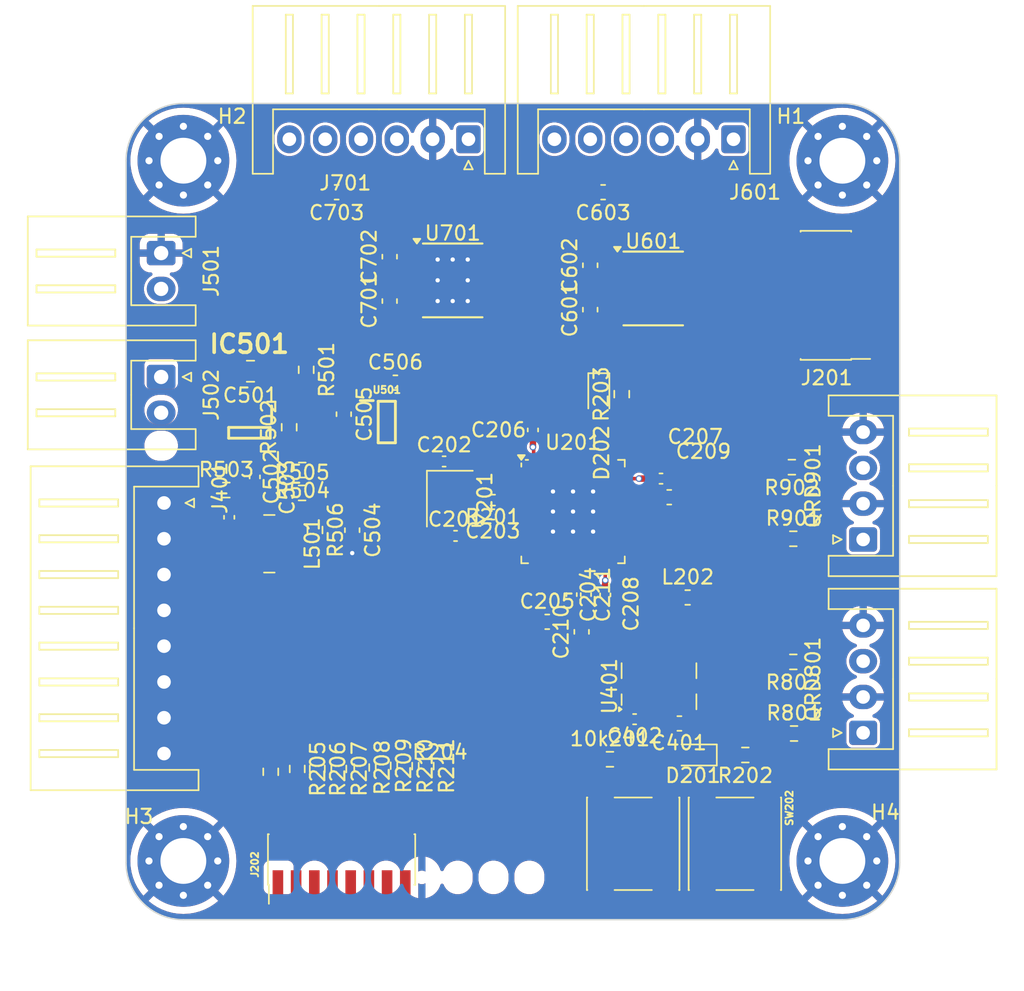
<source format=kicad_pcb>
(kicad_pcb (version 20240108) (generator "pcbnew") (generator_version "8.0")
  (layers (0 "F.Cu" signal) (1 "In1.Cu" signal) (2 "In2.Cu" signal) (31 "B.Cu" signal) (34 "B.Paste" user) (35 "F.Paste" user) (36 "B.SilkS" user "B.Silkscreen") (37 "F.SilkS" user "F.Silkscreen") (38 "B.Mask" user) (39 "F.Mask" user) (44 "Edge.Cuts" user))
  (net 0 "")
  (net 1 "GND")
  (net 2 "Net-(C201-Pad2)")
  (net 3 "NRST")
  (net 4 "+3.3V")
  (net 5 "7.2V")
  (net 6 "Net-(IC501-VCC)")
  (net 7 "Net-(C503-Pad1)")
  (net 8 "Net-(IC501-SW)")
  (net 9 "+5V")
  (net 10 "Net-(D201-K)")
  (net 11 "STATUS_LED")
  (net 12 "Net-(D202-K)")
  (net 13 "Net-(IC501-FB)")
  (net 14 "Net-(IC501-EN{slash}SYNC)")
  (net 15 "Net-(IC501-PG)")
  (net 16 "Net-(IC501-BST)")
  (net 18 "SWDIO")
  (net 19 "SWO")
  (net 21 "Net-(U201-PF0)")
  (net 23 "Net-(U201-PF1)")
  (net 25 "SWCLK")
  (net 26 "Net-(U201-VBAT)")
  (net 27 "Net-(J202-Pin_16)")
  (net 28 "Net-(J202-Pin_4)")
  (net 29 "Net-(J202-Pin_12)")
  (net 30 "Net-(J202-Pin_2)")
  (net 31 "Net-(J202-Pin_8)")
  (net 32 "Net-(J202-Pin_10)")
  (net 33 "Net-(J202-Pin_14)")
  (net 34 "/CAPTEURS/DEV_EN_LIDAR")
  (net 36 "/CAPTEURS/M_EN_LIDAR")
  (net 37 "/CAPTEURS/Tx_LIDAR")
  (net 38 "/CAPTEURS/Rx_LIDAR")
  (net 39 "/CAPTEURS/M_SCTR_LIDAR")
  (net 40 "/PUISSANCE/EncodeurB_Gauche")
  (net 41 "/PUISSANCE/EncodeurA_Gauche")
  (net 42 "Net-(J601-Pin_1)")
  (net 43 "Net-(J601-Pin_6)")
  (net 44 "Net-(J701-Pin_1)")
  (net 45 "/PUISSANCE/EncodeurB_Droite")
  (net 46 "/PUISSANCE/EncodeurA_Droite")
  (net 47 "Net-(J701-Pin_6)")
  (net 48 "VCP_RX")
  (net 49 "VCP_TX")
  (net 50 "LED_N")
  (net 51 "LED_E")
  (net 52 "LED_S")
  (net 53 "LED_W")
  (net 54 "LED_NE")
  (net 55 "LED_NW")
  (net 56 "LED_SE")
  (net 57 "LED_SW")
  (net 58 "Net-(R504-Pad1)")
  (net 59 "/CAPTEURS/ANALOG_OUTPUT_CAPT_BORD_G")
  (net 60 "Net-(QRD801-Pad3)")
  (net 61 "/CAPTEURS/ANALOG_OUTPUT_CAPT_BORD_D")
  (net 62 "Net-(QRD901-Pad3)")
  (net 64 "/PUISSANCE/REVG")
  (net 65 "/CAPTEURS/SCLK_ACC")
  (net 67 "/CAPTEURS/CS_ACC")
  (net 68 "/PUISSANCE/FWDD")
  (net 69 "/CAPTEURS/SDO_ACC")
  (net 70 "/CAPTEURS/INT1_ACC")
  (net 71 "/PUISSANCE/REVD")
  (net 72 "/CAPTEURS/SDI_ACC")
  (net 73 "/CAPTEURS/INT2_ACC")
  (net 74 "/PUISSANCE/FWDG")
  (net 79 "Net-(J202-Pin_6)")
  (net 80 "Net-(J501-Pin_2)")
  (net 81 "/STM32/USER_BTN")
  (footprint "Capacitor_SMD:C_0402_1005Metric" (layer "F.Cu") (at 168.4 72.8 90)
    (property "Reference" "C206")
    (property "Value" "100n")
  )
  (footprint "Resistor_SMD:R_0603_1608Metric" (layer "F.Cu") (at 183.225 95.5 180)
    (property "Reference" "R202")
    (property "Value" "120")
  )
  (footprint "Connector_JST:JST_XH_S6B-XH-A_1x06_P2.50mm_Horizontal" (layer "F.Cu") (at 182.4 52.5 180)
    (property "Reference" "J601")
    (property "Value" "Conn_01x06" (hide yes))
  )
  (footprint "Resistor_SMD:R_0603_1608Metric" (layer "F.Cu") (at 186.575 89 180)
    (property "Reference" "R802")
    (property "Value" "15k3")
  )
  (footprint "Button_Switch_SMD:SW_Push_1P1T_NO_6x6mm_H9.5mm" (layer "F.Cu") (at 182.5 101.7 -90)
    (property "Reference" "SW202")
    (property "Value" "SW_Push" (hide yes))
  )
  (footprint "Connector_JST:JST_XH_S4B-XH-A_1x04_P2.50mm_Horizontal" (layer "F.Cu") (at 191.45 80.45 90)
    (property "Reference" "QRD901")
    (property "Value" "~")
  )
  (footprint "Capacitor_SMD:C_0603_1608Metric" (layer "F.Cu") (at 155.2 71.7 -90)
    (property "Reference" "C505")
    (property "Value" "1u")
  )
  (footprint "LED_SMD:LED_0603_1608Metric_Pad1.05x0.95mm_HandSolder" (layer "F.Cu") (at 179.575 95.5 180)
    (property "Reference" "D201")
    (property "Value" "Green")
  )
  (footprint "Capacitor_SMD:C_0603_1608Metric" (layer "F.Cu") (at 172.4 64.4 90)
    (property "Reference" "C601")
    (property "Value" "1u")
  )
  (footprint "Capacitor_SMD:C_0603_1608Metric" (layer "F.Cu") (at 154.7 56.2 180)
    (property "Reference" "C703")
    (property "Value" "1u")
  )
  (footprint "Resistor_SMD:R_0603_1608Metric" (layer "F.Cu") (at 150.1 96.675 -90)
    (property "Reference" "R204")
    (property "Value" "1k")
  )
  (footprint "BU33:SOT95P280X125-5N" (layer "F.Cu") (at 158.2 72.25)
    (property "Reference" "U501")
    (property "Value" "BU33SD5WG-TR" (hide yes))
  )
  (footprint "Capacitor_SMD:C_0603_1608Metric" (layer "F.Cu") (at 172.4 61.3 90)
    (property "Reference" "C602")
    (property "Value" "10u")
  )
  (footprint "Resistor_SMD:R_0603_1608Metric" (layer "F.Cu") (at 174.6 70.3 90)
    (property "Reference" "R203")
    (property "Value" "140")
  )
  (footprint "Connector_JST:JST_XH_S2B-XH-A_1x02_P2.50mm_Horizontal" (layer "F.Cu") (at 142.45 69.1 -90)
    (property "Reference" "J502")
    (property "Value" "Conn_01x02")
  )
  (footprint "Capacitor_SMD:C_0603_1608Metric" (layer "F.Cu") (at 158.8 69.5)
    (property "Reference" "C506")
    (property "Value" "1u")
  )
  (footprint "Capacitor_SMD:C_0402_1005Metric" (layer "F.Cu") (at 173.45 84.32 -90)
    (property "Reference" "C208")
    (property "Value" "100n")
  )
  (footprint "Capacitor_SMD:C_0402_1005Metric" (layer "F.Cu") (at 148.9875 76.08 -90)
    (property "Reference" "C502")
    (property "Value" "100n")
  )
  (footprint "Package_LGA:LGA-14_3x5mm_P0.8mm_LayoutBorder1x6y" (layer "F.Cu") (at 177.2 90.7 90)
    (property "Reference" "U401")
    (property "Value" "ADXL343")
  )
  (footprint "Mp:SOT65P280X100-8N" (layer "F.Cu") (at 148.6125 73 -90)
    (property "Reference" "IC501")
    (property "Value" "MP1475SGJ-P" (hide yes))
  )
  (footprint "Package_DFN_QFN:QFN-48-1EP_7x7mm_P0.5mm_EP5.6x5.6mm" (layer "F.Cu") (at 171.2 78.5)
    (property "Reference" "U201")
    (property "Value" "STM32G431CBUx")
  )
  (footprint "Resistor_SMD:R_0603_1608Metric" (layer "F.Cu") (at 173.775 95.8)
    (property "Reference" "10k201")
    (property "Value" "10k")
  )
  (footprint "MountingHole:MountingHole_3.2mm_M3_Pad_Via" (layer "F.Cu") (at 144.002944 53.997056)
    (property "Reference" "H2")
    (property "Value" "MountingHole_Pad" (hide yes))
  )
  (footprint "Resistor_SMD:R_0603_1608Metric" (layer "F.Cu") (at 157.95 96.25 -90)
    (property "Reference" "R209")
    (property "Value" "1k")
  )
  (footprint "Capacitor_SMD:C_0603_1608Metric" (layer "F.Cu") (at 155.7875 79.8 -90)
    (property "Reference" "C504")
    (property "Value" "47u")
  )
  (footprint "Resistor_SMD:R_0603_1608Metric" (layer "F.Cu") (at 186.575 80.4)
    (property "Reference" "R901")
    (property "Value" "300")
  )
  (footprint "Capacitor_SMD:C_0805_2012Metric" (layer "F.Cu") (at 148.6875 68.7 180)
    (property "Reference" "C501")
    (property "Value" "22u")
  )
  (footprint "MountingHole:MountingHole_3.2mm_M3_Pad_Via" (layer "F.Cu") (at 190 54)
    (property "Reference" "H1")
    (property "Value" "MountingHole_Pad" (hide yes))
  )
  (footprint "Connector_JST:JST_XH_S2B-XH-A_1x02_P2.50mm_Horizontal" (layer "F.Cu") (at 142.45 60.45 -90)
    (property "Reference" "J501")
    (property "Value" "Conn_01x02" (hide yes))
  )
  (footprint "Resistor_SMD:R_0402_1005Metric" (layer "F.Cu") (at 165.6 77.7 180)
    (property "Reference" "R201")
    (property "Value" "10")
  )
  (footprint "Capacitor_SMD:C_0603_1608Metric" (layer "F.Cu") (at 173.3 56.2 180)
    (property "Reference" "C603")
    (property "Value" "1u")
  )
  (footprint "Resistor_SMD:R_0603_1608Metric" (layer "F.Cu") (at 152.575 68.6 -90)
    (property "Reference" "R501")
    (property "Value" "100k")
  )
  (footprint "Button_Switch_SMD:SW_Push_1P1T_NO_6x6mm_H9.5mm" (layer "F.Cu") (at 175.4 101.7 90)
    (property "Reference" "SW201" (hide yes))
    (property "Value" "SW_Push" (hide yes))
  )
  (footprint "Resistor_SMD:R_0603_1608Metric" (layer "F.Cu") (at 147 77)
    (property "Reference" "R503")
    (property "Value" "20")
  )
  (footprint "Resistor_SMD:R_0603_1608Metric" (layer "F.Cu") (at 154.85 96.475 -90)
    (property "Reference" "R207")
    (property "Value" "1k")
  )
  (footprint "Inductor_SMD:L_Wuerth_WE-TPC-3816" (layer "F.Cu") (at 150 80.75 -90)
    (property "Reference" "L501")
    (property "Value" "4u7")
  )
  (footprint "Capacitor_SMD:C_0402_1005Metric" (layer "F.Cu") (at 147.2 78.9 -90)
    (property "Reference" "C503")
    (property "Value" "100n")
  )
  (footprint "Resistor_SMD:R_0603_1608Metric" (layer "F.Cu") (at 152.2875 77.2)
    (property "Reference" "R505")
    (property "Value" "40k2")
  )
  (footprint "Capacitor_SMD:C_0402_1005Metric" (layer "F.Cu") (at 177.34 76.2)
    (property "Reference" "C207")
    (property "Value" "100n")
  )
  (footprint "Resistor_SMD:R_0603_1608Metric" (layer "F.Cu") (at 153.1875 79.7875 -90)
    (property "Reference" "R506")
    (property "Value" "7k68")
  )
  (footprint "Resistor_SMD:R_0603_1608Metric" (layer "F.Cu") (at 156.45 96.375 -90)
    (property "Reference" "R208")
    (property "Value" "1k")
  )
  (footprint "Connector_PinHeader_1.27mm:PinHeader_2x07_P1.27mm_Vertical_SMD" (layer "F.Cu") (at 188.85 63.4 180)
    (property "Reference" "J201")
    (property "Value" "Conn_02x07_Odd_Even" (hide yes))
  )
  (footprint "Capacitor_SMD:C_0402_1005Metric" (layer "F.Cu") (at 162.2 75)
    (property "Reference" "C202")
    (property "Value" "20p")
  )
  (footprint "Resistor_SMD:R_0603_1608Metric" (layer "F.Cu") (at 159.45 96.275 -90)
    (property "Reference" "R210")
    (property "Value" "1k")
  )
  (footprint "Resistor_SMD:R_0603_1608Metric" (layer "F.Cu") (at 152.3 75.6 180)
    (property "Reference" "R504")
    (property "Value" "16k")
  )
  (footprint "Capacitor_SMD:C_0603_1608Metric" (layer "F.Cu") (at 178.625 93.3 180)
    (property "Reference" "C401")
    (property "Value" "1u")
  )
  (footprint "Package_SO:Diodes_SO-8EP" (layer "F.Cu") (at 176.7975 62.92)
    (property "Reference" "U601")
    (property "Value" "ZXBM5210-SP" (hide yes))
  )
  (footprint "Resistor_SMD:R_0603_1608Metric" (layer "F.Cu") (at 186.625 94)
    (property "Reference" "R801")
    (property "Value" "300")
  )
  (footprint "Connector_JST:JST_XH_S8B-XH-A_1x08_P2.50mm_Horizontal" (layer "F.Cu") (at 142.65 77.9 -90)
    (property "Reference" "J401")
    (property "Value" "Conn_01x08")
  )
  (footprint "MountingHole:MountingHole_3.2mm_M3_Pad_Via" (layer "F.Cu") (at 144 102.9)
    (property "Reference" "H3")
    (property "Value" "MountingHole_Pad" (hide yes))
  )
  (footprint "Capacitor_SMD:C_0603_1608Metric" (layer "F.Cu") (at 158.4 63.8 90)
    (property "Reference" "C701")
    (property "Value" "1u")
  )
  (footprint "Package_SO:Diodes_SO-8EP" (layer "F.Cu") (at 162.8 62.3575)
    (property "Reference" "U701")
    (property "Value" "ZXBM5210-SP" (hide yes))
  )
  (footprint "LED_SMD:LED_0603_1608Metric_Pad1.05x0.95mm_HandSolder" (layer "F.Cu") (at 173 70.5 -90)
    (property "Reference" "D202")
    (property "Value" "Red" (hide yes))
  )
  (footprint "Capacitor_SMD:C_0603_1608Metric" (layer "F.Cu") (at 169.4 86.2)
    (property "Reference" "C205")
    (property "Value" "1u")
  )
  (footprint "Resistor_SMD:R_0603_1608Metric" (layer "F.Cu") (at 151.95 96.475 -90)
    (property "Reference" "R205")
    (property "Value" "1k")
  )
  (footprint "Capacitor_SMD:C_0402_1005Metric" (layer "F.Cu") (at 165.6 78.7 180)
    (property "Reference" "C203")
    (property "Value" "100n")
  )
  (footprint "Connector_JST:JST_XH_S4B-XH-A_1x04_P2.50mm_Horizontal" (layer "F.Cu") (at 191.45 93.95 90)
    (property "Reference" "QRD801")
    (property "Value" "~")
  )
  (footprint "Inductor_SMD:L_0603_1608Metric" (layer "F.Cu") (at 179.2 84.5)
    (property "Reference" "L202")
    (property "Value" "L")
  )
  (footprint "Capacitor_SMD:C_0402_1005Metric" (layer "F.Cu") (at 172.1 84.3 -90)
    (property "Reference" "C211")
    (property "Value" "10n")
  )
  (footprint "Capacitor_SMD:C_0402_1005Metric" (layer "F.Cu") (at 171.1 84.3 -90)
    (property "Reference" "C204")
    (property "Value" "100n")
  )
  (footprint "Resistor_SMD:R_0603_1608Metric" (layer "F.Cu") (at 151.3875 72.6125 90)
    (property "Reference" "R502")
    (property "Value" "100k")
  )
  (footprint "Resistor_SMD:R_0603_1608Metric" (layer "F.Cu") (at 153.35 96.475 -90)
    (property "Reference" "R206")
    (property "Value" "1k")
  )
  (footprint "Resistor_SMD:R_0603_1608Metric" (layer "F.Cu") (at 186.475 75.4 180)
    (property "Reference" "R902")
    (property "Value" "15k3")
  )
  (footprint "MountingHole:MountingHole_3.2mm_M3_Pad_Via" (layer "F.Cu") (at 190 102.9 180)
    (property "Reference" "H4")
    (property "Value" "MountingHole_Pad" (hide yes))
  )
  (footprint "Connector_PinHeader_1.27mm:PinHeader_2x08_P1.27mm_Vertical_SMD" (layer "F.Cu") (at 155.045 102.8 90)
    (property "Reference" "J202")
    (property "Value" "Conn_02x08_Odd_Even" (hide yes))
  )
  (footprint "Capacitor_SMD:C_0402_1005Metric" (layer "F.Cu") (at 163 80.2)
    (property "Reference" "C201")
    (property "Value" "20p")
  )
  (footprint "Resistor_SMD:R_0603_1608Metric" (layer "F.Cu") (at 160.95 96.275 -90)
    (property "Reference" "R211")
    (property "Value" "1k")
  )
  (footprint "Connector_JST:JST_XH_S6B-XH-A_1x06_P2.50mm_Horizontal" (layer "F.Cu") (at 163.9 52.5 180)
    (property "Reference" "J701")
    (property "Value" "Conn_01x06" (hide yes))
  )
  (footprint "Capacitor_SMD:C_0603_1608Metric" (layer "F.Cu") (at 171.8 86.9 90)
    (property "Reference" "C210")
    (property "Value" "1u")
  )
  (footprint "Capacitor_SMD:C_0402_1005Metric" (layer "F.Cu") (at 175.5 93 180)
    (property "Reference" "C402")
    (property "Value" "100n")
  )
  (footprint "Capacitor_SMD:C_0603_1608Metric" (layer "F.Cu") (at 158.4 60.7 90)
    (property "Reference" "C702")
    (property "Value" "10u")
  )
  (footprint "Crystal:Crystal_SMD_EuroQuartz_MT-4Pin_3.2x2.5mm" (layer "F.Cu") (at 162.6 77.6 -90)
    (property "Reference" "Y201")
    (property "Value" "Crystal_GND24_Small")
  )
  (footprint "Capacitor_SMD:C_0603_1608Metric" (layer "F.Cu") (at 177.915 77.5)
    (property "Reference" "C209")
    (property "Value" "4n7")
  )
  (gr_line (start 144 107) (end 190 107) (stroke (width 0.1)) (layer "Edge.Cuts"))
  (gr_arc (start 190 50) (mid 192.828427 51.171573) (end 194 54) (stroke (width 0.1)) (layer "Edge.Cuts"))
  (gr_arc (start 140 54) (mid 141.171573 51.171573) (end 144 50) (stroke (width 0.1)) (layer "Edge.Cuts"))
  (gr_arc (start 144 107) (mid 141.171573 105.828427) (end 140 103) (stroke (width 0.1)) (layer "Edge.Cuts"))
  (gr_line (start 194 103) (end 194 54) (stroke (width 0.1)) (layer "Edge.Cuts"))
  (gr_line (start 140 54) (end 140 103) (stroke (width 0.1)) (layer "Edge.Cuts"))
  (gr_line (start 190 50) (end 144 50) (stroke (width 0.1)) (layer "Edge.Cuts"))
  (gr_arc (start 194 103) (mid 192.828427 105.828427) (end 190 107) (stroke (width 0.1)) (layer "Edge.Cuts"))
  (via (at 171.2 78.5) (size 0.45) (drill 0.3) (layers "F.Cu" "B.Cu") (net 1))
  (via (at 171.2 79.9) (size 0.45) (drill 0.3) (layers "F.Cu" "B.Cu") (net 1))
  (via (at 163.85 63.8) (size 0.45) (drill 0.3) (layers "F.Cu" "B.Cu") (net 1))
  (via (at 171.2 77.1) (size 0.45) (drill 0.3) (layers "F.Cu" "B.Cu") (net 1))
  (via (at 162.8 63.8) (size 0.45) (drill 0.3) (layers "F.Cu" "B.Cu") (net 1))
  (via (at 172.6 79.9) (size 0.45) (drill 0.3) (layers "F.Cu" "B.Cu") (net 1))
  (via (at 172.6 77.1) (size 0.45) (drill 0.3) (layers "F.Cu" "B.Cu") (net 1))
  (via (at 172.6 78.5) (size 0.45) (drill 0.3) (layers "F.Cu" "B.Cu") (net 1))
  (via (at 163.85 62.35) (size 0.45) (drill 0.3) (layers "F.Cu" "B.Cu") (net 1))
  (via (at 161.75 60.9) (size 0.45) (drill 0.3) (layers "F.Cu" "B.Cu") (net 1))
  (via (at 162.8 60.9) (size 0.45) (drill 0.3) (layers "F.Cu" "B.Cu") (net 1))
  (via (at 169.8 77.1) (size 0.45) (drill 0.3) (layers "F.Cu" "B.Cu") (net 1))
  (via (at 169.8 78.5) (size 0.45) (drill 0.3) (layers "F.Cu" "B.Cu") (net 1))
  (via (at 155.7875 81.4) (size 0.45) (drill 0.3) (layers "F.Cu" "B.Cu") (net 1))
  (via (at 161.75 63.8) (size 0.45) (drill 0.3) (layers "F.Cu" "B.Cu") (net 1))
  (via (at 161.75 62.35) (size 0.45) (drill 0.3) (layers "F.Cu" "B.Cu") (net 1))
  (via (at 169.8 79.9) (size 0.45) (drill 0.3) (layers "F.Cu" "B.Cu") (net 1))
  (via (at 163.85 60.9) (size 0.45) (drill 0.3) (layers "F.Cu" "B.Cu") (net 1))
  (segment (start 176.86 76.2) (end 175.8 76.2) (width 0.45) (layer "F.Cu") (net 4))
  (segment (start 175.2 76.2) (end 175.8 76.2) (width 0.25) (layer "F.Cu") (net 4))
  (segment (start 175.15 76.25) (end 175.2 76.2) (width 0.25) (layer "F.Cu") (net 4))
  (segment (start 168.4 74) (end 168.4 73.28) (width 0.45) (layer "F.Cu") (net 4))
  (segment (start 175.75 76.25) (end 175.8 76.2) (width 0.25) (layer "F.Cu") (net 4))
  (segment (start 173.45 83.3) (end 173.45 81.9375) (width 0.25) (layer "F.Cu") (net 4))
  (segment (start 168.45 74.05) (end 168.4 74) (width 0.25) (layer "F.Cu") (net 4))
  (segment (start 168.45 75.0625) (end 168.45 74.05) (width 0.25) (layer "F.Cu") (net 4))
  (segment (start 173.45 83.84) (end 173.45 83.3) (width 0.45) (layer "F.Cu") (net 4))
  (segment (start 174.6375 76.25) (end 175.15 76.25) (width 0.25) (layer "F.Cu") (net 4))
  (via (at 168.4 74) (size 0.45) (drill 0.3) (layers "F.Cu" "B.Cu") (net 4))
  (via (at 173.45 83.3) (size 0.45) (drill 0.3) (layers "F.Cu" "B.Cu") (net 4))
  (via (at 175.8 76.2) (size 0.45) (drill 0.3) (layers "F.Cu" "B.Cu") (net 4))
  (segment (start 172.45 81.9375) (end 171.95 81.9375) (width 0.25) (layer "F.Cu") (net 26))
  (segment (start 172.95 81.9375) (end 172.95 82.95) (width 0.25) (layer "F.Cu") (net 38))
  (segment (start 172.95 82.95) (end 172.8 83.1) (width 0.25) (layer "F.Cu") (net 38))
  (segment (start 172.8 83.1) (end 172.8 83.6) (width 0.25) (layer "F.Cu") (net 38))
  (segment (start 172.8 83.6) (end 172.8 86.1) (width 0.25) (layer "F.Cu") (net 38))
  (segment (start 172.8 83.51851) (end 172.8 83.6) (width 0.25) (layer "F.Cu") (net 38))
  (zone (net 1) (net_name "GND") (layers "F.Cu" "In1.Cu" "B.Cu") (connect_pads (clearance 0.2)) (min_thickness 0.25) (fill yes (thermal_gap 0.5) (thermal_bridge_width 0.5))
    (polygon (pts (xy 138 47) (xy 195 47) (xy 195 108) (xy 138 108)))
  )
)
</source>
